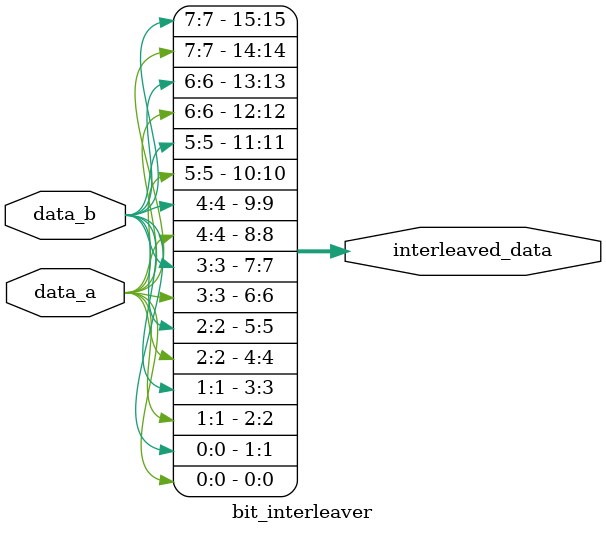
<source format=sv>
module bit_interleaver #(
    parameter WIDTH = 8
)(
    input [WIDTH-1:0] data_a, data_b,
    output [2*WIDTH-1:0] interleaved_data
);
    genvar i;
    generate
        for (i = 0; i < WIDTH; i = i + 1) begin: interleave
            assign interleaved_data[2*i] = data_a[i];
            assign interleaved_data[2*i+1] = data_b[i];
        end
    endgenerate
endmodule
</source>
